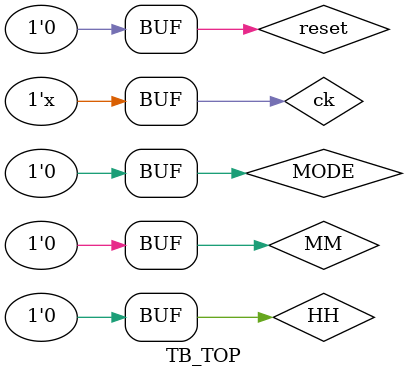
<source format=v>
`timescale 1ns / 1ps


module TB_TOP(

    );
    wire [7:0] an;
    wire [6:0] seg;
    reg ck,reset,MM,HH,MODE;
    TOP dut(ck,reset,MM,HH,MODE,seg,an,blk);
    always #5 ck=~ck;
    initial begin ck=1;reset=1;MM=0;HH=0;MODE=0; 
    #20 reset=0;
   
   
   
   
   
    
    
    
    
  
     end
endmodule

</source>
